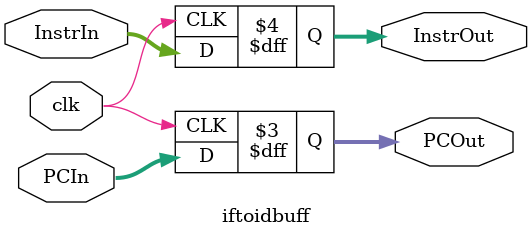
<source format=v>
`timescale 1ns / 1ps


module iftoidbuff(clk, PCIn, InstrIn, PCOut, InstrOut);

input clk;
input [31:0] PCIn, InstrIn;
output reg [31:0] PCOut, InstrOut;

initial
begin 
    PCOut = 0;
    InstrOut = 0;
end

always@(posedge clk)
begin
    PCOut = PCIn;
    InstrOut = InstrIn;
end

endmodule
</source>
